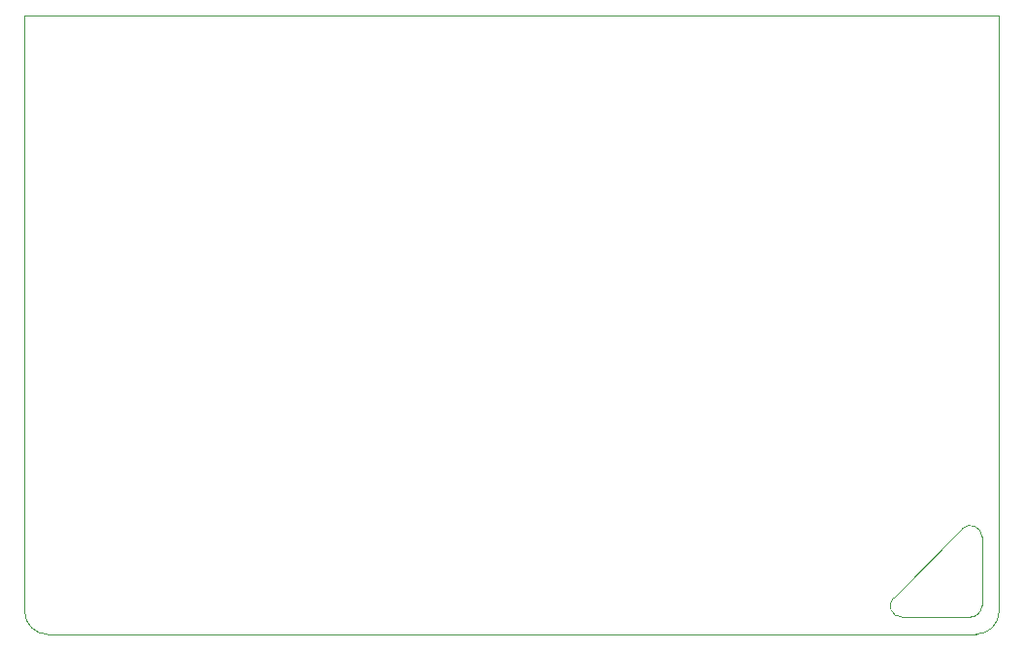
<source format=gko>
G04 #@! TF.GenerationSoftware,KiCad,Pcbnew,5.1.6-c6e7f7d~87~ubuntu18.04.1*
G04 #@! TF.CreationDate,2020-08-01T12:19:59+02:00*
G04 #@! TF.ProjectId,pcbid-card,70636269-642d-4636-9172-642e6b696361,v1.0*
G04 #@! TF.SameCoordinates,Original*
G04 #@! TF.FileFunction,Profile,NP*
%FSLAX46Y46*%
G04 Gerber Fmt 4.6, Leading zero omitted, Abs format (unit mm)*
G04 Created by KiCad (PCBNEW 5.1.6-c6e7f7d~87~ubuntu18.04.1) date 2020-08-01 12:19:59*
%MOMM*%
%LPD*%
G01*
G04 APERTURE LIST*
G04 #@! TA.AperFunction,Profile*
%ADD10C,0.050000*%
G04 #@! TD*
G04 APERTURE END LIST*
D10*
X2000000Y-54000000D02*
G75*
G02*
X0Y-52000000I0J2000000D01*
G01*
X83000000Y-54000000D02*
X2000000Y-54000000D01*
X81792893Y-44792893D02*
X75792893Y-50792893D01*
X75792893Y-50792893D02*
G75*
G03*
X76500000Y-52500000I707107J-707107D01*
G01*
X81792893Y-44792893D02*
G75*
G02*
X83500000Y-45500000I707107J-707107D01*
G01*
X83500000Y-51500000D02*
X83500000Y-45500000D01*
X82500000Y-52500000D02*
X76500000Y-52500000D01*
X83500000Y-51500000D02*
G75*
G02*
X82500000Y-52500000I-1000000J0D01*
G01*
X0Y-52000000D02*
X0Y0D01*
X85000000Y0D02*
X85000000Y-52000000D01*
X0Y0D02*
X85000000Y0D01*
X85000000Y-52000000D02*
G75*
G02*
X83000000Y-54000000I-2000000J0D01*
G01*
M02*

</source>
